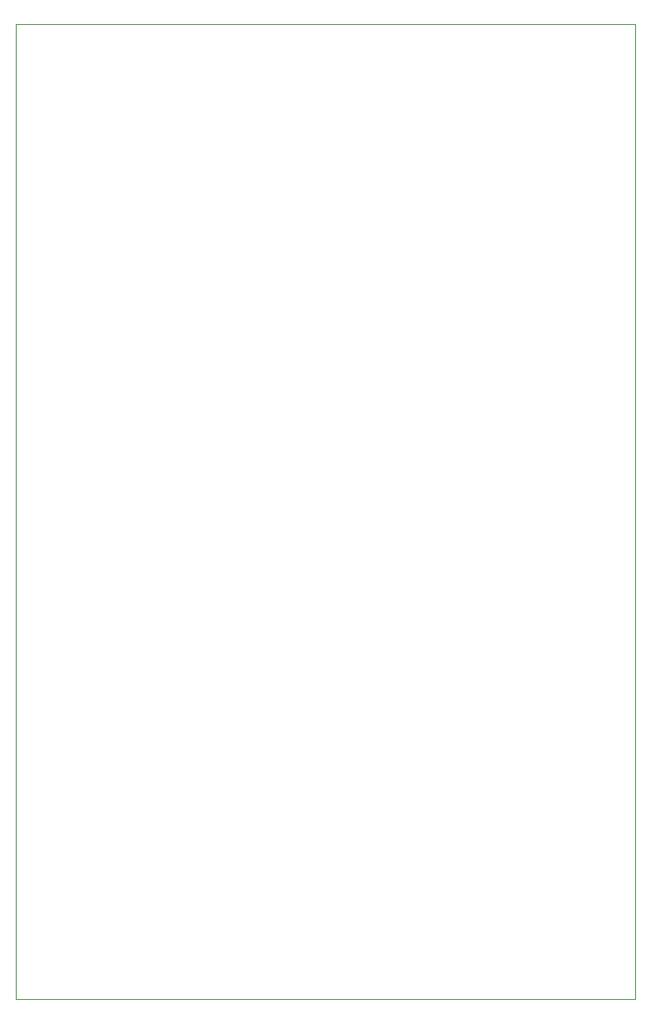
<source format=gbr>
G04 #@! TF.GenerationSoftware,KiCad,Pcbnew,(5.1.4)-1*
G04 #@! TF.CreationDate,2020-05-29T20:32:19+02:00*
G04 #@! TF.ProjectId,MicroChip PICKit 3 Demo Board,4d696372-6f43-4686-9970-205049434b69,v01*
G04 #@! TF.SameCoordinates,Original*
G04 #@! TF.FileFunction,Profile,NP*
%FSLAX46Y46*%
G04 Gerber Fmt 4.6, Leading zero omitted, Abs format (unit mm)*
G04 Created by KiCad (PCBNEW (5.1.4)-1) date 2020-05-29 20:32:19*
%MOMM*%
%LPD*%
G04 APERTURE LIST*
%ADD10C,0.050000*%
G04 APERTURE END LIST*
D10*
X93440000Y-35480000D02*
X93440000Y-134620000D01*
X156480000Y-35480000D02*
X93440000Y-35480000D01*
X156480000Y-134620000D02*
X156480000Y-35480000D01*
X93440000Y-134620000D02*
X156480000Y-134620000D01*
M02*

</source>
